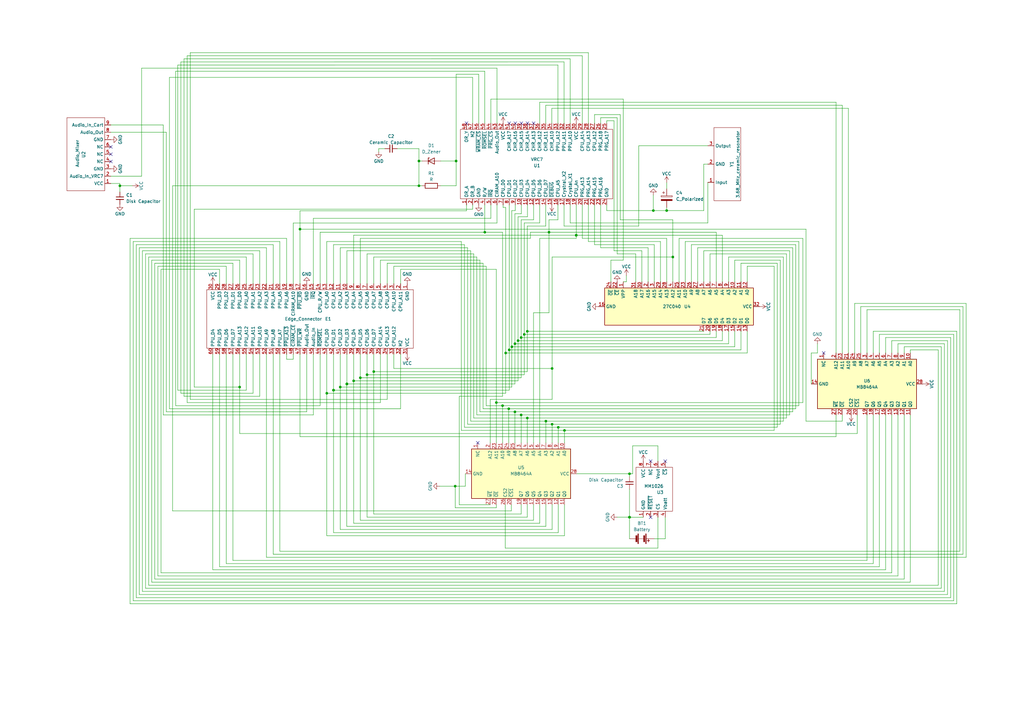
<source format=kicad_sch>
(kicad_sch (version 20211123) (generator eeschema)
  (paper "A3")
  (title_block (title "Lagrange Point PCB") (date "2023-02-12") (rev "1"))
  (junction (at 258.19 194.31))
  (junction (at 134.04 161.29))
  (junction (at 236.34 96.4469))
  (junction (at 216.28 171.45))
  (junction (at 211.2 168.91))
  (junction (at 267.97 86.36))
  (junction (at 216.28 135.89))
  (junction (at 228.98 175.26))
  (junction (at 147.79 154.94))
  (junction (at 258.19 212.16))
  (junction (at 153.29 152.4))
  (junction (at 142.29 157.48))
  (junction (at 145.04 156.21))
  (junction (at 208.84 143.51))
  (junction (at 186.69 199.39))
  (junction (at 139.54 158.75))
  (junction (at 203.58 165.1))
  (junction (at 208.66 167.64))
  (junction (at 123.04 93.98))
  (junction (at 225.17 95.25))
  (junction (at 171.83 76.2))
  (junction (at 207.39 144.78))
  (junction (at 150.54 153.67))
  (junction (at 212.47 139.7))
  (junction (at 98.29 158.75))
  (junction (at 187.07 66.04))
  (junction (at 275.97 105.41))
  (junction (at 223.9 172.72))
  (junction (at 136.79 160.02))
  (junction (at 209.93 142.24))
  (junction (at 142.24 157.48))
  (junction (at 206.12 166.37))
  (junction (at 213.74 170.18))
  (junction (at 236.34 96.52))
  (junction (at 258.19 212.09))
  (junction (at 213.74 138.43))
  (junction (at 231.52 176.53))
  (junction (at 198.84 95.25))
  (junction (at 226.44 173.99))
  (junction (at 171.83 66.04))
  (junction (at 215.01 137.16))
  (junction (at 136.7957 160.02))
  (junction (at 273.43 86.36))
  (junction (at 226.44 151.13))
  (junction (at 49.181 76.2038))
  (junction (at 211.2 140.97))
  (no_connect (at 266.85 212.16))
  (no_connect (at 218.84 50.56))
  (no_connect (at 213.84 50.56))
  (no_connect (at 208.84 50.56))
  (no_connect (at 337.82 144.78))
  (no_connect (at 266.85 189.16))
  (no_connect (at 45.461 60.2538))
  (no_connect (at 195.96 181.61))
  (no_connect (at 45.461 66.2538))
  (no_connect (at 45.461 63.2538))
  (no_connect (at 216.34 50.56))
  (no_connect (at 272.85 189.16))
  (no_connect (at 211.34 50.56))
  (no_connect (at 191.34 50.56))
  (wire (pts (xy 195.58 170.18) (xy 213.74 170.18)))
  (wire (pts (xy 201.34 50.56) (xy 201.34 40.64)))
  (wire (pts (xy 164.29 145.31) (xy 164.29 167.64)))
  (wire (pts (xy 193.04 102.87) (xy 193.04 172.72)))
  (wire (pts (xy 201.34 40.64) (xy 255.65 40.64)))
  (wire (pts (xy 114.79 226.06) (xy 393.7 226.06)))
  (wire (pts (xy 136.79 160.02) (xy 136.7957 160.02)))
  (wire (pts (xy 58.071 72.2538) (xy 45.461 72.2538)))
  (wire (pts (xy 273.43 85.09) (xy 273.43 86.36)))
  (wire (pts (xy 158.79 116.31) (xy 158.79 107.95)))
  (wire (pts (xy 250.57 106.68) (xy 250.57 115.57)))
  (wire (pts (xy 317.5 176.53) (xy 231.52 176.53)))
  (wire (pts (xy 241.34 21.59) (xy 78.011 21.5938)))
  (wire (pts (xy 330.58 93.98) (xy 330.58 172.72)))
  (wire (pts (xy 231.34 50.56) (xy 231.34 25.4)))
  (wire (pts (xy 392.43 247.65) (xy 392.43 135.89)))
  (wire (pts (xy 221.36 97.79) (xy 236.34 97.79)))
  (wire (pts (xy 355.6 127) (xy 355.6 144.78)))
  (wire (pts (xy 103.79 161.29) (xy 103.79 145.31)))
  (wire (pts (xy 199.39 109.22) (xy 199.39 166.37)))
  (wire (pts (xy 283.59 115.57) (xy 283.59 100.33)))
  (wire (pts (xy 355.6 229.87) (xy 355.6 170.18)))
  (wire (pts (xy 296.29 115.57) (xy 296.29 96.52)))
  (wire (pts (xy 258.19 212.16) (xy 263.85 212.16)))
  (wire (pts (xy 145.04 156.21) (xy 212.47 156.21)))
  (wire (pts (xy 106.54 116.31) (xy 106.54 102.87)))
  (wire (pts (xy 246.34 50.56) (xy 246.34 48.26)))
  (wire (pts (xy 145.04 145.31) (xy 145.04 156.21)))
  (wire (pts (xy 345.44 43.18) (xy 345.44 144.78)))
  (wire (pts (xy 201.34 84.06) (xy 201.34 89.5689)))
  (wire (pts (xy 211.2 140.97) (xy 298.83 140.97)))
  (wire (pts (xy 238.84 97.79) (xy 238.84 84.06)))
  (wire (pts (xy 218.82 181.61) (xy 218.82 128.27)))
  (wire (pts (xy 215.01 137.16) (xy 291.21 137.16)))
  (wire (pts (xy 345.44 172.72) (xy 345.44 170.18)))
  (wire (pts (xy 58.071 27.9438) (xy 58.071 72.2538)))
  (wire (pts (xy 301.37 115.57) (xy 301.37 106.68)))
  (wire (pts (xy 191.34 86.4743) (xy 123.04 86.4743)))
  (wire (pts (xy 142.24 215.9) (xy 142.24 157.48)))
  (wire (pts (xy 90.04 145.31) (xy 90.04 232.41)))
  (wire (pts (xy 198.84 95.25) (xy 206.12 95.25)))
  (wire (pts (xy 208.84 84.06) (xy 208.84 143.51)))
  (wire (pts (xy 238.84 22.86) (xy 76.741 22.8638)))
  (wire (pts (xy 153.29 145.31) (xy 153.29 152.4)))
  (wire (pts (xy 63.5 237.49) (xy 370.84 237.49)))
  (wire (pts (xy 208.66 167.64) (xy 326.39 167.64)))
  (wire (pts (xy 216.28 212.09) (xy 150.54 212.09)))
  (wire (pts (xy 209.93 142.24) (xy 209.93 158.75)))
  (wire (pts (xy 389.89 245.11) (xy 389.89 138.43)))
  (wire (pts (xy 201.04 181.61) (xy 201.04 163.83)))
  (wire (pts (xy 147.79 154.94) (xy 147.79 213.36)))
  (wire (pts (xy 158.79 107.95) (xy 198.12 107.95)))
  (wire (pts (xy 139.54 158.75) (xy 209.93 158.75)))
  (wire (pts (xy 246.34 101.6) (xy 246.34 84.06)))
  (wire (pts (xy 215.01 91.44) (xy 221.34 91.44)))
  (wire (pts (xy 64.77 109.22) (xy 64.77 236.22)))
  (wire (pts (xy 98.29 116.31) (xy 98.29 106.68)))
  (wire (pts (xy 265.81 115.57) (xy 265.81 101.6)))
  (wire (pts (xy 95.54 107.95) (xy 63.5 107.95)))
  (wire (pts (xy 109.29 101.6) (xy 57.15 101.6)))
  (wire (pts (xy 188.34 207.01) (xy 188.34 162.56)))
  (wire (pts (xy 76.741 22.8638) (xy 76.741 165.1038)))
  (wire (pts (xy 306.45 109.22) (xy 317.5 109.22)))
  (wire (pts (xy 69.501 31.7538) (xy 193.84 31.75)))
  (wire (pts (xy 272.85 212.16) (xy 272.85 220.98)))
  (wire (pts (xy 109.29 116.31) (xy 109.29 101.6)))
  (wire (pts (xy 112.04 116.31) (xy 112.04 100.33)))
  (wire (pts (xy 158.79 163.83) (xy 158.79 145.31)))
  (wire (pts (xy 226.44 173.99) (xy 226.44 181.61)))
  (wire (pts (xy 223.84 43.18) (xy 345.44 43.18)))
  (wire (pts (xy 136.79 100.33) (xy 190.5 100.33)))
  (wire (pts (xy 78.011 21.5938) (xy 78.011 163.8338)))
  (wire (pts (xy 136.7957 160.02) (xy 208.84 160.02)))
  (wire (pts (xy 221.36 214.63) (xy 145.04 214.63)))
  (wire (pts (xy 254.38 90.17) (xy 275.97 90.17)))
  (wire (pts (xy 322.58 104.14) (xy 322.58 171.45)))
  (wire (pts (xy 215.01 137.16) (xy 215.01 153.67)))
  (wire (pts (xy 394.97 125.73) (xy 353.06 125.73)))
  (wire (pts (xy 156.04 116.31) (xy 156.04 106.68)))
  (wire (pts (xy 66.961 170.1838) (xy 66.961 51.2538)))
  (wire (pts (xy 79.661 85.7802) (xy 79.661 158.75)))
  (wire (pts (xy 290.33 91.44) (xy 290.33 74.81)))
  (wire (pts (xy 258.19 194.31) (xy 258.19 195.58)))
  (wire (pts (xy 243.84 100.33) (xy 268.35 100.33)))
  (wire (pts (xy 236.34 97.79) (xy 236.34 96.52)))
  (wire (pts (xy 153.29 152.4) (xy 216.28 152.4)))
  (wire (pts (xy 363.22 233.68) (xy 363.22 170.18)))
  (wire (pts (xy 161.54 145.31) (xy 161.54 151.13)))
  (wire (pts (xy 134.04 161.29) (xy 207.39 161.29)))
  (wire (pts (xy 248.84 49.53) (xy 251.84 49.53)))
  (wire (pts (xy 253.11 212.09) (xy 258.19 212.09)))
  (wire (pts (xy 288.67 86.36) (xy 288.67 67.31)))
  (wire (pts (xy 298.83 135.89) (xy 298.83 140.97)))
  (wire (pts (xy 75.471 162.5638) (xy 106.54 162.56)))
  (wire (pts (xy 303.91 143.51) (xy 303.91 135.89)))
  (wire (pts (xy 233.84 91.44) (xy 290.33 91.44)))
  (wire (pts (xy 193.84 84.06) (xy 193.84 85.7764)))
  (wire (pts (xy 231.34 25.4) (xy 74.201 25.4038)))
  (wire (pts (xy 49.181 76.2038) (xy 49.181 78.7438)))
  (wire (pts (xy 291.21 104.14) (xy 322.58 104.14)))
  (wire (pts (xy 233.84 24.13) (xy 75.471 24.1338)))
  (wire (pts (xy 95.54 145.31) (xy 95.54 229.87)))
  (wire (pts (xy 260.73 104.14) (xy 260.73 115.57)))
  (wire (pts (xy 360.68 137.16) (xy 360.68 144.78)))
  (wire (pts (xy 150.54 153.67) (xy 150.54 212.09)))
  (wire (pts (xy 365.76 139.7) (xy 365.76 144.78)))
  (wire (pts (xy 53.34 247.65) (xy 392.43 247.65)))
  (wire (pts (xy 273.43 86.36) (xy 288.67 86.36)))
  (wire (pts (xy 215.01 91.44) (xy 215.01 137.16)))
  (wire (pts (xy 216.28 171.45) (xy 216.28 181.61)))
  (wire (pts (xy 213.74 138.43) (xy 213.74 154.94)))
  (wire (pts (xy 69.501 31.7538) (xy 69.501 167.6438)))
  (wire (pts (xy 203.84 50.56) (xy 203.84 27.94)))
  (wire (pts (xy 191.77 173.99) (xy 226.44 173.99)))
  (wire (pts (xy 125.79 168.91) (xy 68.231 168.9138)))
  (wire (pts (xy 353.06 125.73) (xy 353.06 144.78)))
  (wire (pts (xy 303.91 107.95) (xy 318.77 107.95)))
  (wire (pts (xy 223.84 50.56) (xy 223.84 43.18)))
  (wire (pts (xy 87.29 233.68) (xy 363.22 233.68)))
  (wire (pts (xy 273.43 97.79) (xy 238.84 97.79)))
  (wire (pts (xy 66.04 110.49) (xy 66.04 234.95)))
  (wire (pts (xy 66.961 51.2538) (xy 45.461 51.2538)))
  (wire (pts (xy 207.39 144.78) (xy 207.39 161.29)))
  (wire (pts (xy 114.79 145.31) (xy 114.79 226.06)))
  (wire (pts (xy 221.36 181.61) (xy 221.36 97.79)))
  (wire (pts (xy 190.5 175.26) (xy 228.98 175.26)))
  (wire (pts (xy 206.12 166.37) (xy 206.12 181.61)))
  (wire (pts (xy 211.34 86.36) (xy 211.34 84.06)))
  (wire (pts (xy 186.69 199.39) (xy 180.34 199.39)))
  (wire (pts (xy 291.21 115.57) (xy 291.21 104.14)))
  (wire (pts (xy 191.77 101.6) (xy 191.77 173.99)))
  (wire (pts (xy 123.04 93.98) (xy 330.58 93.98)))
  (wire (pts (xy 131.29 166.37) (xy 72.041 166.3738)))
  (wire (pts (xy 286.13 115.57) (xy 286.13 101.6)))
  (wire (pts (xy 156.04 165.1) (xy 156.04 145.31)))
  (wire (pts (xy 387.35 140.97) (xy 368.3 140.97)))
  (wire (pts (xy 196.34 30.48) (xy 187.07 30.48)))
  (wire (pts (xy 207.39 144.78) (xy 306.45 144.78)))
  (wire (pts (xy 161.54 151.13) (xy 226.44 151.13)))
  (wire (pts (xy 203.84 84.06) (xy 203.84 91.4651)))
  (wire (pts (xy 254.38 46.99) (xy 254.38 90.17)))
  (wire (pts (xy 351.6 177.8) (xy 351.6 170.23)))
  (wire (pts (xy 213.74 90.17) (xy 218.84 90.17)))
  (wire (pts (xy 332.74 157.48) (xy 332.74 144.78)))
  (wire (pts (xy 225.17 95.25) (xy 225.17 90.17)))
  (wire (pts (xy 142.29 102.87) (xy 193.04 102.87)))
  (wire (pts (xy 218.82 213.36) (xy 147.79 213.36)))
  (wire (pts (xy 238.84 50.56) (xy 238.84 22.86)))
  (wire (pts (xy 139.54 158.75) (xy 139.54 217.17)))
  (wire (pts (xy 216.34 88.9) (xy 216.34 84.06)))
  (wire (pts (xy 203.58 110.49) (xy 203.58 165.1)))
  (wire (pts (xy 253.11 104.14) (xy 260.73 104.14)))
  (wire (pts (xy 213.84 87.63) (xy 213.84 84.06)))
  (wire (pts (xy 72.931 26.6738) (xy 72.931 160.0238)))
  (wire (pts (xy 327.66 99.06) (xy 327.66 166.37)))
  (wire (pts (xy 101.04 160.02) (xy 101.04 145.31)))
  (wire (pts (xy 209.93 86.36) (xy 209.93 142.24)))
  (wire (pts (xy 281.05 115.57) (xy 281.05 99.06)))
  (wire (pts (xy 120.29 91.4651) (xy 120.29 116.31)))
  (wire (pts (xy 267.97 86.36) (xy 273.43 86.36)))
  (wire (pts (xy 45.461 75.2538) (xy 49.181 75.2538)))
  (wire (pts (xy 268.35 100.33) (xy 268.35 115.57)))
  (wire (pts (xy 57.15 101.6) (xy 57.15 243.84)))
  (wire (pts (xy 203.58 165.1) (xy 203.58 181.61)))
  (wire (pts (xy 208.66 167.64) (xy 208.66 181.61)))
  (wire (pts (xy 198.12 107.95) (xy 198.12 167.64)))
  (wire (pts (xy 231.52 176.53) (xy 231.52 181.61)))
  (wire (pts (xy 206.34 85.09) (xy 207.39 85.09)))
  (wire (pts (xy 318.77 175.26) (xy 228.98 175.26)))
  (wire (pts (xy 60.96 240.03) (xy 384.81 240.03)))
  (wire (pts (xy 273.43 74.93) (xy 273.43 77.47)))
  (wire (pts (xy 190.88 194.31) (xy 190.88 199.39)))
  (wire (pts (xy 208.84 143.51) (xy 303.91 143.51)))
  (wire (pts (xy 281.05 99.06) (xy 327.66 99.06)))
  (wire (pts (xy 217.55 95.25) (xy 217.55 97.79)))
  (wire (pts (xy 368.3 236.22) (xy 368.3 170.18)))
  (wire (pts (xy 187.07 30.48) (xy 187.07 66.04)))
  (wire (pts (xy 392.43 135.89) (xy 358.14 135.89)))
  (wire (pts (xy 142.24 157.48) (xy 142.29 157.48)))
  (wire (pts (xy 189.23 176.53) (xy 231.52 176.53)))
  (wire (pts (xy 117.54 116.31) (xy 117.54 97.79)))
  (wire (pts (xy 153.29 210.82) (xy 153.29 152.4)))
  (wire (pts (xy 72.041 166.3738) (xy 72.041 29.2138)))
  (wire (pts (xy 198.12 167.64) (xy 208.66 167.64)))
  (wire (pts (xy 128.54 145.31) (xy 128.54 170.18)))
  (wire (pts (xy 323.85 170.18) (xy 213.74 170.18)))
  (wire (pts (xy 120.29 147.32) (xy 120.29 145.31)))
  (wire (pts (xy 221.34 50.56) (xy 221.34 41.91)))
  (wire (pts (xy 72.931 160.0238) (xy 101.04 160.02)))
  (wire (pts (xy 136.7957 218.44) (xy 136.7957 160.02)))
  (wire (pts (xy 58.42 242.57) (xy 387.35 242.57)))
  (wire (pts (xy 216.28 92.71) (xy 223.84 92.71)))
  (wire (pts (xy 248.84 86.36) (xy 267.97 86.36)))
  (wire (pts (xy 203.84 27.94) (xy 58.071 27.9438)))
  (wire (pts (xy 211.2 168.91) (xy 211.2 181.61)))
  (wire (pts (xy 270.89 115.57) (xy 270.89 99.06)))
  (wire (pts (xy 117.54 145.31) (xy 117.54 147.32)))
  (wire (pts (xy 228.84 26.67) (xy 72.931 26.6738)))
  (wire (pts (xy 139.54 145.31) (xy 139.54 158.75)))
  (wire (pts (xy 98.29 158.75) (xy 98.29 145.31)))
  (wire (pts (xy 190.88 199.39) (xy 186.69 199.39)))
  (wire (pts (xy 153.29 105.41) (xy 195.58 105.41)))
  (wire (pts (xy 211.2 87.63) (xy 211.2 140.97)))
  (wire (pts (xy 301.37 142.24) (xy 301.37 135.89)))
  (wire (pts (xy 90.04 110.49) (xy 66.04 110.49)))
  (wire (pts (xy 134.04 116.31) (xy 134.04 99.06)))
  (wire (pts (xy 218.84 90.17) (xy 218.84 84.06)))
  (wire (pts (xy 147.79 97.79) (xy 147.79 116.31)))
  (wire (pts (xy 98.29 106.68) (xy 62.23 106.68)))
  (wire (pts (xy 70.771 76.2038) (xy 171.83 76.2)))
  (wire (pts (xy 161.54 116.31) (xy 161.54 109.22)))
  (wire (pts (xy 251.84 49.53) (xy 251.84 102.87)))
  (wire (pts (xy 258.19 212.16) (xy 258.19 220.98)))
  (wire (pts (xy 131.29 95.25) (xy 198.84 95.25)))
  (wire (pts (xy 217.55 97.79) (xy 147.79 97.79)))
  (wire (pts (xy 196.34 50.56) (xy 196.34 30.48)))
  (wire (pts (xy 370.84 142.24) (xy 370.84 144.78)))
  (wire (pts (xy 70.771 209.5538) (xy 209.74 209.5538)))
  (wire (pts (xy 225.17 90.17) (xy 228.84 90.17)))
  (wire (pts (xy 228.98 218.44) (xy 136.7957 218.44)))
  (wire (pts (xy 320.04 106.68) (xy 320.04 173.99)))
  (wire (pts (xy 199.39 166.37) (xy 206.12 166.37)))
  (wire (pts (xy 136.79 116.31) (xy 136.79 100.33)))
  (wire (pts (xy 226.44 207.01) (xy 226.44 217.17)))
  (wire (pts (xy 228.84 90.17) (xy 228.84 84.06)))
  (wire (pts (xy 134.04 145.31) (xy 134.04 161.29)))
  (wire (pts (xy 68.231 168.9138) (xy 68.231 54.2538)))
  (wire (pts (xy 112.04 227.33) (xy 394.97 227.33)))
  (wire (pts (xy 128.54 170.18) (xy 66.961 170.1838)))
  (wire (pts (xy 223.9 207.01) (xy 223.9 215.9)))
  (wire (pts (xy 388.62 243.84) (xy 388.62 139.7)))
  (wire (pts (xy 393.7 127) (xy 355.6 127)))
  (wire (pts (xy 329.31 97.79) (xy 329.31 165.1)))
  (wire (pts (xy 70.771 209.5538) (xy 70.771 76.2038)))
  (wire (pts (xy 66.04 234.95) (xy 365.76 234.95)))
  (wire (pts (xy 306.45 115.57) (xy 306.45 109.22)))
  (wire (pts (xy 358.14 135.89) (xy 358.14 144.78)))
  (wire (pts (xy 55.88 245.11) (xy 389.89 245.11)))
  (wire (pts (xy 256.92 115.57) (xy 256.92 113.03)))
  (wire (pts (xy 189.23 99.06) (xy 189.23 176.53)))
  (wire (pts (xy 190.5 100.33) (xy 190.5 175.26)))
  (wire (pts (xy 296.29 96.52) (xy 236.34 96.52)))
  (wire (pts (xy 226.34 50.56) (xy 226.34 44.45)))
  (wire (pts (xy 278.51 115.57) (xy 278.51 97.79)))
  (wire (pts (xy 233.84 84.06) (xy 233.84 91.44)))
  (wire (pts (xy 58.42 102.87) (xy 58.42 242.57)))
  (wire (pts (xy 347.98 44.45) (xy 347.98 144.78)))
  (wire (pts (xy 255.65 115.57) (xy 256.92 115.57)))
  (wire (pts (xy 370.84 237.49) (xy 370.84 170.18)))
  (wire (pts (xy 203.58 207.01) (xy 203.58 208.28)))
  (wire (pts (xy 283.59 100.33) (xy 326.39 100.33)))
  (wire (pts (xy 391.16 137.16) (xy 360.68 137.16)))
  (wire (pts (xy 269.85 182.88) (xy 259.46 182.88)))
  (wire (pts (xy 114.79 99.06) (xy 54.61 99.06)))
  (wire (pts (xy 92.79 116.31) (xy 92.79 109.22)))
  (wire (pts (xy 68.231 54.2538) (xy 45.461 54.2538)))
  (wire (pts (xy 255.65 106.68) (xy 250.57 106.68)))
  (wire (pts (xy 153.29 116.31) (xy 153.29 105.41)))
  (wire (pts (xy 150.54 153.67) (xy 215.01 153.67)))
  (wire (pts (xy 258.19 212.09) (xy 258.19 212.16)))
  (wire (pts (xy 243.84 46.99) (xy 254.38 46.99)))
  (wire (pts (xy 198.84 84.06) (xy 198.84 95.25)))
  (wire (pts (xy 293.75 115.57) (xy 293.75 95.25)))
  (wire (pts (xy 75.471 24.1338) (xy 75.471 162.5638)))
  (wire (pts (xy 203.58 165.1) (xy 329.31 165.1)))
  (wire (pts (xy 208.84 160.02) (xy 208.84 143.51)))
  (wire (pts (xy 293.75 95.25) (xy 225.17 95.25)))
  (wire (pts (xy 193.04 172.72) (xy 223.9 172.72)))
  (wire (pts (xy 213.74 210.82) (xy 153.29 210.82)))
  (wire (pts (xy 74.201 25.4038) (xy 74.201 161.2938)))
  (wire (pts (xy 136.79 145.31) (xy 136.79 160.02)))
  (wire (pts (xy 162.94 60.96) (xy 171.83 60.96)))
  (wire (pts (xy 212.47 88.9) (xy 212.47 139.7)))
  (wire (pts (xy 270.89 99.06) (xy 241.34 99.06)))
  (wire (pts (xy 221.34 91.44) (xy 221.34 84.06)))
  (wire (pts (xy 318.77 107.95) (xy 318.77 175.26)))
  (wire (pts (xy 236.34 96.4469) (xy 236.34 84.06)))
  (wire (pts (xy 298.83 105.41) (xy 321.31 105.41)))
  (wire (pts (xy 49.181 76.2038) (xy 54.261 76.2038)))
  (wire (pts (xy 384.81 240.03) (xy 384.81 143.51)))
  (wire (pts (xy 171.83 66.04) (xy 171.83 60.96)))
  (wire (pts (xy 231.52 219.71) (xy 134.04 219.71)))
  (wire (pts (xy 286.13 101.6) (xy 325.12 101.6)))
  (wire (pts (xy 396.24 228.6) (xy 109.29 228.6)))
  (wire (pts (xy 145.04 156.21) (xy 145.04 214.63)))
  (wire (pts (xy 278.51 97.79) (xy 329.31 97.79)))
  (wire (pts (xy 134.04 99.06) (xy 189.23 99.06)))
  (wire (pts (xy 54.61 99.06) (xy 54.61 246.38)))
  (wire (pts (xy 332.74 144.78) (xy 335.28 144.78)))
  (wire (pts (xy 109.29 228.6) (xy 109.29 145.31)))
  (wire (pts (xy 206.34 84.06) (xy 206.34 85.09)))
  (wire (pts (xy 95.54 229.87) (xy 355.6 229.87)))
  (wire (pts (xy 226.44 163.83) (xy 226.44 151.13)))
  (wire (pts (xy 64.77 236.22) (xy 368.3 236.22)))
  (wire (pts (xy 150.54 104.14) (xy 194.31 104.14)))
  (wire (pts (xy 194.31 171.45) (xy 216.28 171.45)))
  (wire (pts (xy 317.5 109.22) (xy 317.5 176.53)))
  (wire (pts (xy 78.011 163.8338) (xy 158.79 163.83)))
  (wire (pts (xy 391.16 246.38) (xy 391.16 137.16)))
  (wire (pts (xy 74.201 161.2938) (xy 103.79 161.29)))
  (wire (pts (xy 147.79 154.94) (xy 213.74 154.94)))
  (wire (pts (xy 373.38 238.76) (xy 373.38 170.18)))
  (wire (pts (xy 101.04 105.41) (xy 60.96 105.41)))
  (wire (pts (xy 255.65 40.64) (xy 255.65 106.68)))
  (wire (pts (xy 231.52 207.01) (xy 231.52 219.71)))
  (wire (pts (xy 203.58 208.28) (xy 186.69 208.28)))
  (wire (pts (xy 267.97 80.01) (xy 267.97 86.36)))
  (wire (pts (xy 351.6 177.8) (xy 98.29 177.8)))
  (wire (pts (xy 187.07 76.2) (xy 180.72 76.2)))
  (wire (pts (xy 288.67 115.57) (xy 288.67 102.87)))
  (wire (pts (xy 275.97 105.41) (xy 275.97 115.57)))
  (wire (pts (xy 243.84 50.56) (xy 243.84 46.99)))
  (wire (pts (xy 320.04 173.99) (xy 226.44 173.99)))
  (wire (pts (xy 231.34 84.06) (xy 231.34 92.71)))
  (wire (pts (xy 259.46 182.88) (xy 259.46 194.31)))
  (wire (pts (xy 193.84 31.75) (xy 193.84 50.56)))
  (wire (pts (xy 386.08 142.24) (xy 370.84 142.24)))
  (wire (pts (xy 225.17 128.27) (xy 225.17 95.25)))
  (wire (pts (xy 173.1 76.2) (xy 171.83 76.2)))
  (wire (pts (xy 55.88 100.33) (xy 55.88 245.11)))
  (wire (pts (xy 194.31 104.14) (xy 194.31 171.45)))
  (wire (pts (xy 207.24 224.79) (xy 269.85 224.79)))
  (wire (pts (xy 147.79 145.31) (xy 147.79 154.94)))
  (wire (pts (xy 54.61 246.38) (xy 391.16 246.38)))
  (wire (pts (xy 212.47 139.7) (xy 212.47 156.21)))
  (wire (pts (xy 139.54 116.31) (xy 139.54 101.6)))
  (wire (pts (xy 59.69 104.14) (xy 59.69 241.3)))
  (wire (pts (xy 206.12 166.37) (xy 327.66 166.37)))
  (wire (pts (xy 171.83 66.04) (xy 173.1 66.04)))
  (wire (pts (xy 273.43 115.57) (xy 273.43 97.79)))
  (wire (pts (xy 388.62 139.7) (xy 365.76 139.7)))
  (wire (pts (xy 134.04 219.71) (xy 134.04 161.29)))
  (wire (pts (xy 368.3 140.97) (xy 368.3 144.78)))
  (wire (pts (xy 226.44 217.17) (xy 139.54 217.17)))
  (wire (pts (xy 157.86 60.96) (xy 155.32 60.96)))
  (wire (pts (xy 201.04 207.01) (xy 188.34 207.01)))
  (wire (pts (xy 218.82 128.27) (xy 225.17 128.27)))
  (wire (pts (xy 293.75 138.43) (xy 213.74 138.43)))
  (wire (pts (xy 92.79 231.14) (xy 358.14 231.14)))
  (wire (pts (xy 117.54 147.32) (xy 120.29 147.32)))
  (wire (pts (xy 101.04 116.31) (xy 101.04 105.41)))
  (wire (pts (xy 60.96 105.41) (xy 60.96 240.03)))
  (wire (pts (xy 301.37 106.68) (xy 320.04 106.68)))
  (wire (pts (xy 269.85 189.16) (xy 269.85 182.88)))
  (wire (pts (xy 373.38 143.51) (xy 373.38 144.78)))
  (wire (pts (xy 223.9 172.72) (xy 321.31 172.72)))
  (wire (pts (xy 72.041 29.2138) (xy 198.84 29.21)))
  (wire (pts (xy 103.79 116.31) (xy 103.79 104.14)))
  (wire (pts (xy 228.98 207.01) (xy 228.98 218.44)))
  (wire (pts (xy 269.85 224.79) (xy 269.85 212.16)))
  (wire (pts (xy 59.69 241.3) (xy 386.08 241.3)))
  (wire (pts (xy 365.76 234.95) (xy 365.76 170.18)))
  (wire (pts (xy 57.15 243.84) (xy 388.62 243.84)))
  (wire (pts (xy 103.79 104.14) (xy 59.69 104.14)))
  (wire (pts (xy 228.98 175.26) (xy 228.98 181.61)))
  (wire (pts (xy 106.54 102.87) (xy 58.42 102.87)))
  (wire (pts (xy 79.661 158.75) (xy 98.29 158.75)))
  (wire (pts (xy 49.181 75.2538) (xy 49.181 76.2038)))
  (wire (pts (xy 233.84 50.56) (xy 233.84 24.13)))
  (wire (pts (xy 259.46 194.31) (xy 258.19 194.31)))
  (wire (pts (xy 258.19 194.31) (xy 236.6 194.31)))
  (wire (pts (xy 396.24 124.46) (xy 396.24 228.6)))
  (wire (pts (xy 131.29 145.31) (xy 131.29 166.37)))
  (wire (pts (xy 263.27 102.87) (xy 263.27 115.57)))
  (wire (pts (xy 323.85 102.87) (xy 323.85 170.18)))
  (wire (pts (xy 53.34 97.79) (xy 53.34 247.65)))
  (wire (pts (xy 387.35 242.57) (xy 387.35 140.97)))
  (wire (pts (xy 330.58 172.72) (xy 345.44 172.72)))
  (wire (pts (xy 216.28 135.89) (xy 288.67 135.89)))
  (wire (pts (xy 98.29 177.8) (xy 98.29 158.75)))
  (wire (pts (xy 211.2 168.91) (xy 325.12 168.91)))
  (wire (pts (xy 142.29 157.48) (xy 211.2 157.48)))
  (wire (pts (xy 358.14 231.14) (xy 358.14 170.18)))
  (wire (pts (xy 63.5 107.95) (xy 63.5 237.49)))
  (wire (pts (xy 193.84 85.7764) (xy 79.661 85.7802)))
  (wire (pts (xy 123.04 93.98) (xy 123.04 116.31)))
  (wire (pts (xy 198.84 29.21) (xy 198.84 50.56)))
  (wire (pts (xy 90.04 232.41) (xy 360.68 232.41)))
  (wire (pts (xy 209.93 86.36) (xy 211.34 86.36)))
  (wire (pts (xy 142.29 157.48) (xy 142.29 145.31)))
  (wire (pts (xy 288.67 102.87) (xy 323.85 102.87)))
  (wire (pts (xy 195.58 105.41) (xy 195.58 170.18)))
  (wire (pts (xy 221.36 207.01) (xy 221.36 214.63)))
  (wire (pts (xy 207.39 85.09) (xy 207.39 144.78)))
  (wire (pts (xy 350.52 144.78) (xy 350.52 124.46)))
  (wire (pts (xy 296.29 139.7) (xy 212.47 139.7)))
  (wire (pts (xy 186.69 208.28) (xy 186.69 199.39)))
  (wire (pts (xy 92.79 109.22) (xy 64.77 109.22)))
  (wire (pts (xy 191.34 84.06) (xy 191.34 86.4743)))
  (wire (pts (xy 150.54 145.31) (xy 150.54 153.67)))
  (wire (pts (xy 161.54 109.22) (xy 199.39 109.22)))
  (wire (pts (xy 114.79 116.31) (xy 114.79 99.06)))
  (wire (pts (xy 207.24 207.06) (xy 207.24 224.79)))
  (wire (pts (xy 258.19 200.66) (xy 258.19 212.09)))
  (wire (pts (xy 226.44 105.41) (xy 275.97 105.41)))
  (wire (pts (xy 123.04 145.31) (xy 123.04 179.07)))
  (wire (pts (xy 326.39 100.33) (xy 326.39 167.64)))
  (wire (pts (xy 155.32 60.96) (xy 155.32 62.23)))
  (wire (pts (xy 393.7 226.06) (xy 393.7 127)))
  (wire (pts (xy 145.04 96.4469) (xy 145.04 116.31)))
  (wire (pts (xy 321.31 105.41) (xy 321.31 172.72)))
  (wire (pts (xy 342.9 41.91) (xy 342.9 144.78)))
  (wire (pts (xy 156.04 106.68) (xy 196.85 106.68)))
  (wire (pts (xy 164.29 110.49) (xy 203.58 110.49)))
  (wire (pts (xy 248.84 84.06) (xy 248.84 86.36)))
  (wire (pts (xy 306.45 135.89) (xy 306.45 144.78)))
  (wire (pts (xy 142.24 215.9) (xy 223.9 215.9)))
  (wire (pts (xy 216.28 92.71) (xy 216.28 135.89)))
  (wire (pts (xy 139.54 101.6) (xy 191.77 101.6)))
  (wire (pts (xy 293.75 135.89) (xy 293.75 138.43)))
  (wire (pts (xy 201.34 89.5689) (xy 128.54 89.5689)))
  (wire (pts (xy 150.54 116.31) (xy 150.54 104.14)))
  (wire (pts (xy 360.68 232.41) (xy 360.68 170.18)))
  (wire (pts (xy 226.44 151.13) (xy 226.44 105.41)))
  (wire (pts (xy 272.85 220.98) (xy 268.35 220.98)))
  (wire (pts (xy 363.22 138.43) (xy 363.22 144.78)))
  (wire (pts (xy 196.85 168.91) (xy 211.2 168.91)))
  (wire (pts (xy 298.83 115.57) (xy 298.83 105.41)))
  (wire (pts (xy 213.74 170.18) (xy 213.74 181.61)))
  (wire (pts (xy 251.84 102.87) (xy 263.27 102.87)))
  (wire (pts (xy 128.54 89.5689) (xy 128.54 116.31)))
  (wire (pts (xy 223.9 172.72) (xy 223.9 181.61)))
  (wire (pts (xy 203.84 91.4651) (xy 120.29 91.4651)))
  (wire (pts (xy 241.34 99.06) (xy 241.34 84.06)))
  (wire (pts (xy 92.79 145.31) (xy 92.79 231.14)))
  (wire (pts (xy 223.84 92.71) (xy 223.84 84.06)))
  (wire (pts (xy 206.12 162.56) (xy 206.12 95.25)))
  (wire (pts (xy 221.34 41.91) (xy 342.9 41.91)))
  (wire (pts (xy 217.55 95.25) (xy 225.17 95.25)))
  (wire (pts (xy 389.89 138.43) (xy 363.22 138.43)))
  (wire (pts (xy 253.11 48.26) (xy 253.11 104.14)))
  (wire (pts (xy 394.97 227.33) (xy 394.97 125.73)))
  (wire (pts (xy 228.84 50.56) (xy 228.84 26.67)))
  (wire (pts (xy 213.74 207.01) (xy 213.74 210.82)))
  (wire (pts (xy 226.34 44.45) (xy 347.98 44.45)))
  (wire (pts (xy 241.34 50.56) (xy 241.34 21.59)))
  (wire (pts (xy 296.29 135.89) (xy 296.29 139.7)))
  (wire (pts (xy 90.04 116.31) (xy 90.04 110.49)))
  (wire (pts (xy 171.83 76.2) (xy 171.83 66.04)))
  (wire (pts (xy 125.79 145.31) (xy 125.79 168.91)))
  (wire (pts (xy 325.12 101.6) (xy 325.12 168.91)))
  (wire (pts (xy 87.29 145.31) (xy 87.29 233.68)))
  (wire (pts (xy 303.91 115.57) (xy 303.91 107.95)))
  (wire (pts (xy 209.93 142.24) (xy 301.37 142.24)))
  (wire (pts (xy 117.54 97.79) (xy 53.34 97.79)))
  (wire (pts (xy 218.82 207.01) (xy 218.82 213.36)))
  (wire (pts (xy 288.67 67.31) (xy 290.33 67.31)))
  (wire (pts (xy 62.23 106.68) (xy 62.23 238.76)))
  (wire (pts (xy 236.34 96.52) (xy 236.34 96.4469)))
  (wire (pts (xy 201.04 163.83) (xy 226.44 163.83)))
  (wire (pts (xy 213.74 90.17) (xy 213.74 138.43)))
  (wire (pts (xy 216.28 207.01) (xy 216.28 212.09)))
  (wire (pts (xy 262 59.81) (xy 290.33 59.81)))
  (wire (pts (xy 335.28 144.78) (xy 335.28 140.97)))
  (wire (pts (xy 211.2 87.63) (xy 213.84 87.63)))
  (wire (pts (xy 350.52 124.46) (xy 396.24 124.46)))
  (wire (pts (xy 248.84 50.56) (xy 248.84 49.53)))
  (wire (pts (xy 322.58 171.45) (xy 216.28 171.45)))
  (wire (pts (xy 231.34 92.71) (xy 262 92.71)))
  (wire (pts (xy 196.85 106.68) (xy 196.85 168.91)))
  (wire (pts (xy 62.23 238.76) (xy 373.38 238.76)))
  (wire (pts (xy 209.74 209.5538) (xy 209.74 207.06)))
  (wire (pts (xy 384.81 143.51) (xy 373.38 143.51)))
  (wire (pts (xy 236.34 96.4469) (xy 145.04 96.4469)))
  (wire (pts (xy 275.97 90.17) (xy 275.97 105.41)))
  (wire (pts (xy 246.34 48.26) (xy 253.11 48.26)))
  (wire (pts (xy 291.21 135.89) (xy 291.21 137.16)))
  (wire (pts (xy 112.04 145.31) (xy 112.04 227.33)))
  (wire (pts (xy 123.04 86.4743) (xy 123.04 93.98)))
  (wire (pts (xy 212.47 88.9) (xy 216.34 88.9)))
  (wire (pts (xy 262 92.71) (xy 262 59.81)))
  (wire (pts (xy 112.04 100.33) (xy 55.88 100.33)))
  (wire (pts (xy 180.72 66.04) (xy 187.07 66.04)))
  (wire (pts (xy 386.08 241.3) (xy 386.08 142.24)))
  (wire (pts (xy 106.54 162.56) (xy 106.54 145.31)))
  (wire (pts (xy 188.34 162.56) (xy 206.12 162.56)))
  (wire (pts (xy 243.84 84.06) (xy 243.84 100.33)))
  (wire (pts (xy 216.28 152.4) (xy 216.28 135.89)))
  (wire (pts (xy 211.2 140.97) (xy 211.2 157.48)))
  (wire (pts (xy 164.29 167.64) (xy 69.501 167.6438)))
  (wire (pts (xy 123.04 179.07) (xy 342.9 179.07)))
  (wire (pts (xy 142.29 116.31) (xy 142.29 102.87)))
  (wire (pts (xy 95.54 116.31) (xy 95.54 107.95)))
  (wire (pts (xy 76.741 165.1038) (xy 156.04 165.1)))
  (wire (pts (xy 131.29 95.25) (xy 131.29 116.31)))
  (wire (pts (xy 342.9 179.07) (xy 342.9 170.18)))
  (wire (pts (xy 187.07 66.04) (xy 187.07 76.2)))
  (wire (pts (xy 164.29 116.31) (xy 164.29 110.49)))
  (wire (pts (xy 265.81 101.6) (xy 246.34 101.6)))
  (symbol (lib_id "power:VCC") (at 273.43 74.93 0) (unit 1)
    (property "Reference" "#PWR021" (effects hide))
    (property "Value" "VCC" (at 273.4328 71.2571 0))
  )
  (symbol (lib_id "power:GND") (at 49.181 83.8238 0) (unit 1)
    (property "Reference" "#PWR03" (effects hide))
    (property "Value" "GND" (at 49.2015 87.7025 0))
  )
  (symbol (lib_id "Famicom:VRC7") (at 220.09 67.31 180) (unit 1)
    (property "Reference" "U1" (at 220.22 67.9251 0))
    (property "Value" "VRC7" (at 220.22 65.3851 0))
    (property "Footprint" "Famicom:DIP-48_W15.24mm_LongPads" (effects hide))
  )
  (symbol (lib_id "power:VCC") (at 236.34 50.56 0) (unit 1)
    (property "Reference" "#PWR014" (effects hide))
    (property "Value" "VCC" (at 236.3428 46.8871 0))
  )
  (symbol (lib_id "power:VCC") (at 378.46 157.48 270) (unit 1)
    (property "Reference" "#PWR025" (effects hide))
    (property "Value" "VCC" (at 382.1329 157.4828 0))
  )
  (symbol (lib_id "Famicom:C_Polarized") (at 273.43 81.28 0) (unit 1)
    (property "Reference" "C4" (at 277.24 79.1209 0) (effects (justify left)))
    (property "Value" "C_Polarized" (at 277.24 81.6609 0) (effects (justify left)))
    (property "Footprint" "Capacitor_THT:C_Radial_D6.3mm_H7.0mm_P2.50mm" (effects hide))
  )
  (symbol (lib_id "power:VCC") (at 349.1 170.23 180) (unit 1)
    (property "Reference" "#PWR024" (effects hide))
    (property "Value" "VCC" (at 349.0972 173.9029 0))
  )
  (symbol (lib_id "power:VCC") (at 54.261 76.2038 270) (unit 1)
    (property "Reference" "#PWR04" (effects hide))
    (property "Value" "VCC" (at 57.9339 76.2066 0))
  )
  (symbol (lib_id "Famicom:Edge_Connector") (at 129.54 130.81 270) (unit 1)
    (property "Reference" "E1" (at 135.89 130.81 90) (effects (justify right)))
    (property "Value" "Edge_Connector" (at 132.08 130.81 90) (effects (justify right)))
    (property "Footprint" "Famicom:Famicom Edge Connector" (effects hide))
  )
  (symbol (lib_id "power:GND") (at 125.79 116.31 180) (unit 1)
    (property "Reference" "#PWR06" (effects hide))
    (property "Value" "GND" (at 125.7695 112.4313 0))
  )
  (symbol (lib_id "power:VCC") (at 167.04 145.31 180) (unit 1)
    (property "Reference" "#PWR09" (effects hide))
    (property "Value" "VCC" (at 167.0372 148.9829 0))
  )
  (symbol (lib_id "power:VCC") (at 311.53 125.73 270) (unit 1)
    (property "Reference" "#PWR022" (effects hide))
    (property "Value" "VCC" (at 315.2029 125.7328 0))
  )
  (symbol (lib_id "Famicom:MB8464A") (at 355.6 157.48 270) (unit 1)
    (property "Reference" "U6" (at 355.6 156.21 90))
    (property "Value" "MB8464A" (at 355.6 158.75 90))
    (property "Footprint" "Famicom:DIP-28_W15.24mm_LongPads" (effects hide))
    (property "Datasheet" "https://nfggames.com/X68000/Development/datasheets/MB8464A%20-%20SRAM.pdf" (effects hide))
  )
  (symbol (lib_id "power:GND") (at 45.461 57.2538 90) (unit 1)
    (property "Reference" "#PWR01" (effects hide))
    (property "Value" "GND" (at 49.3397 57.2333 0))
  )
  (symbol (lib_id "power:GND") (at 180.34 199.39 270) (unit 1)
    (property "Reference" "#PWR010" (effects hide))
    (property "Value" "GND" (at 176.4613 199.4105 0))
  )
  (symbol (lib_id "power:VCC") (at 87.29 116.31 0) (unit 1)
    (property "Reference" "#PWR05" (effects hide))
    (property "Value" "VCC" (at 87.2928 112.6371 0))
  )
  (symbol (lib_id "power:GND") (at 245.49 125.73 270) (unit 1)
    (property "Reference" "#PWR015" (effects hide))
    (property "Value" "GND" (at 241.6113 125.7505 0))
  )
  (symbol (lib_id "Famicom:MM1026") (at 268.35 200.66 180) (unit 1)
    (property "Reference" "U3" (at 272.16 201.93 0) (effects (justify left)))
    (property "Value" "MM1026" (at 272.16 199.39 0) (effects (justify left)))
    (property "Footprint" "Famicom:DIP-8_W7.62mm_LongPads" (effects hide))
  )
  (symbol (lib_id "power:VCC") (at 226.34 84.06 180) (unit 1)
    (property "Reference" "#PWR013" (effects hide))
    (property "Value" "VCC" (at 226.3372 87.7329 0))
  )
  (symbol (lib_id "power:GND") (at 45.461 69.2538 90) (unit 1)
    (property "Reference" "#PWR02" (effects hide))
    (property "Value" "GND" (at 49.3397 69.2333 0))
  )
  (symbol (lib_id "power:GND") (at 167.04 116.31 180) (unit 1)
    (property "Reference" "#PWR08" (effects hide))
    (property "Value" "GND" (at 167.0195 112.4313 0))
  )
  (symbol (lib_id "Famicom:Disk Capacitor") (at 258.19 198.12 180) (unit 1)
    (property "Reference" "C3" (at 255.65 199.3838 0) (effects (justify left)))
    (property "Value" "Disk Capacitor" (at 255.65 196.8438 0) (effects (justify left)))
    (property "Footprint" "Capacitor_THT:C_Disc_D6.0mm_W2.5mm_P5.00mm" (effects hide))
  )
  (symbol (lib_id "Famicom:R") (at 176.91 76.2 270) (unit 1)
    (property "Reference" "R1" (at 176.91 71.12 90))
    (property "Value" "R" (at 176.91 73.66 90))
    (property "Footprint" "Famicom:R_Axial_DIN0207_L6.3mm_D2.5mm_P10.16mm_Horizontal" (effects hide))
  )
  (symbol (lib_id "Famicom:27C040") (at 278.51 125.73 270) (unit 1)
    (property "Reference" "U4" (at 281.94 125.73 90))
    (property "Value" "27C040" (at 275.59 125.73 90))
    (property "Footprint" "Famicom:DIP-32_W15.24mm_LongPads" (effects hide))
    (property "Datasheet" "http://ww1.microchip.com/downloads/en/devicedoc/doc0189.pdf" (effects hide))
  )
  (symbol (lib_id "power:GND") (at 335.28 140.97 180) (unit 1)
    (property "Reference" "#PWR023" (effects hide))
    (property "Value" "GND" (at 335.2595 137.0913 0))
  )
  (symbol (lib_id "power:VCC") (at 206.34 50.56 0) (unit 1)
    (property "Reference" "#PWR012" (effects hide))
    (property "Value" "VCC" (at 206.3428 46.8871 0))
  )
  (symbol (lib_id "power:GND") (at 253.11 115.57 180) (unit 1)
    (property "Reference" "#PWR016" (effects hide))
    (property "Value" "GND" (at 253.0895 111.6913 0))
  )
  (symbol (lib_id "Famicom:MB8464A") (at 213.74 194.31 270) (unit 1)
    (property "Reference" "U5" (at 213.74 191.77 90))
    (property "Value" "MB8464A" (at 213.74 194.31 90))
    (property "Footprint" "Famicom:DIP-28_W15.24mm_LongPads" (effects hide))
    (property "Datasheet" "https://nfggames.com/X68000/Development/datasheets/MB8464A%20-%20SRAM.pdf" (effects hide))
  )
  (symbol (lib_id "power:GND") (at 196.34 84.06 0) (unit 1)
    (property "Reference" "#PWR011" (effects hide))
    (property "Value" "GND" (at 196.3605 87.9387 0))
  )
  (symbol (lib_id "Famicom:Disk Capacitor") (at 49.181 81.2838 0) (unit 1)
    (property "Reference" "C1" (at 51.721 80.02 0) (effects (justify left)))
    (property "Value" "Disk Capacitor" (at 51.721 82.56 0) (effects (justify left)))
    (property "Footprint" "Capacitor_THT:C_Disc_D6.0mm_W2.5mm_P5.00mm" (effects hide))
  )
  (symbol (lib_id "Famicom:3.68_MHz_ceramic_resonator") (at 298.83 67.31 270) (unit 1)
    (property "Reference" "Y1" (at 300.1 68.58 0) (effects (justify right)))
    (property "Value" "3.68_MHz_ceramic_resonator" (at 302.64 81.28 0) (effects (justify right)))
    (property "Footprint" "Crystal:Resonator-3Pin_W7.0mm_H2.5mm" (effects hide))
    (property "Datasheet" "https://www.rf-microwave.com/resources/products_attachments/5a4386d17fd0e.pdf" (effects hide))
  )
  (symbol (lib_id "power:GND") (at 155.32 62.23 0) (unit 1)
    (property "Reference" "#PWR07" (effects hide))
    (property "Value" "GND" (at 155.3405 66.1087 0))
  )
  (symbol (lib_id "power:GND") (at 267.97 80.01 180) (unit 1)
    (property "Reference" "#PWR020" (effects hide))
    (property "Value" "GND" (at 267.9495 76.1313 0))
  )
  (symbol (lib_id "power:VCC") (at 256.92 113.03 0) (unit 1)
    (property "Reference" "#PWR018" (effects hide))
    (property "Value" "VCC" (at 256.9228 109.3571 0))
  )
  (symbol (lib_id "Famicom:Ceramic Capacitor") (at 160.4 60.96 90) (unit 1)
    (property "Reference" "C2" (at 160.4 55.88 90))
    (property "Value" "Ceramic Capacitor" (at 160.4 58.42 90))
    (property "Footprint" "Capacitor_THT:C_Disc_D3.8mm_W2.6mm_P2.50mm" (effects hide))
  )
  (symbol (lib_id "Famicom:Battery") (at 263.27 220.98 270) (unit 1)
    (property "Reference" "BT1" (at 263.27 214.63 90))
    (property "Value" "Battery" (at 263.27 217.17 90))
    (property "Footprint" "Famicom:BK-6219-TR" (effects hide))
  )
  (symbol (lib_id "power:GND") (at 253.11 212.09 270) (unit 1)
    (property "Reference" "#PWR017" (effects hide))
    (property "Value" "GND" (at 249.2313 212.1105 0))
  )
  (symbol (lib_id "power:VCC") (at 263.85 189.16 0) (unit 1)
    (property "Reference" "#PWR019" (effects hide))
    (property "Value" "VCC" (at 263.8528 185.4871 0))
  )
  (symbol (lib_id "Famicom:Audio_Mixer") (at 35.211 63.5038 90) (unit 1)
    (property "Reference" "U2" (at 34.29 64.77 0) (effects (justify left)))
    (property "Value" "Audio_Mixer" (at 31.75 68.58 0) (effects (justify left)))
    (property "Footprint" "Famicom:Audio Mixer VRC7" (effects hide))
  )
  (symbol (lib_id "Famicom:D_Zener") (at 176.91 66.04 0) (unit 1)
    (property "Reference" "D1" (at 176.91 59.69 0))
    (property "Value" "D_Zener" (at 176.91 62.23 0))
    (property "Footprint" "Famicom:D_DO-34_SOD68_P10.16mm_Horizontal" (effects hide))
  )
)
</source>
